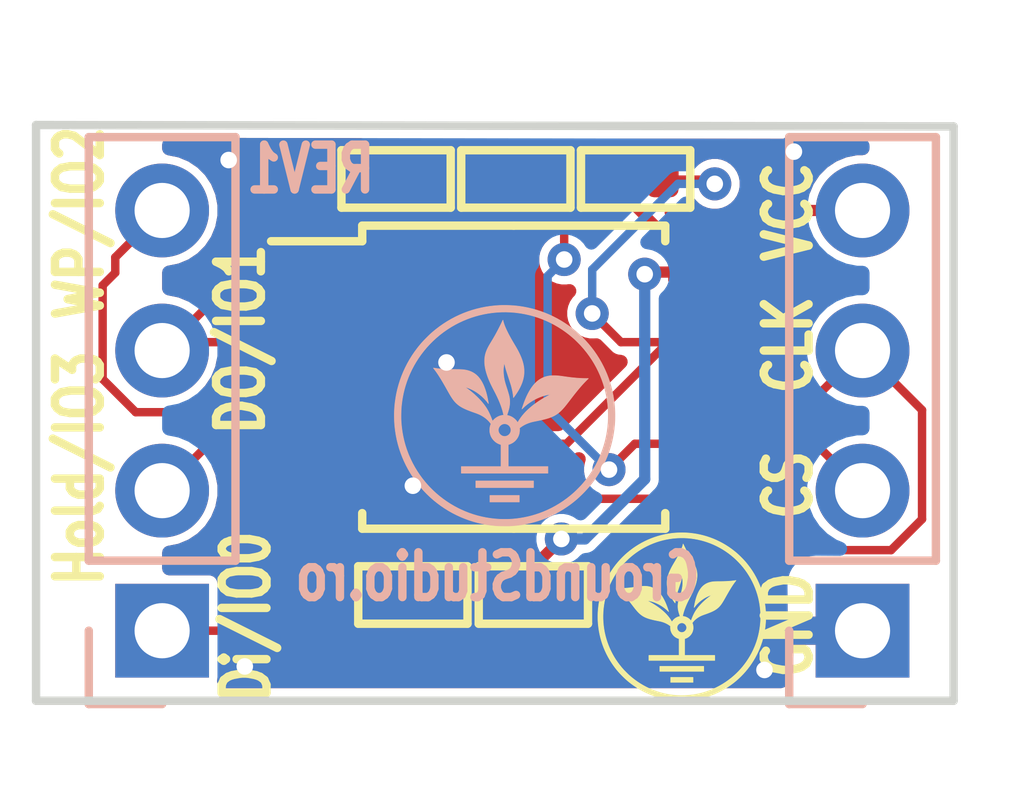
<source format=kicad_pcb>
(kicad_pcb (version 20211014) (generator pcbnew)
  (layers (0 "F.Cu" signal) (31 "B.Cu" signal) (34 "B.Paste" user) (35 "F.Paste" user) (36 "B.SilkS" user "B.Silkscreen") (37 "F.SilkS" user "F.Silkscreen") (38 "B.Mask" user) (39 "F.Mask" user) (44 "Edge.Cuts" user))
  (net 0 "")
  (net 1 "WP_IO2")
  (net 2 "DO_IO1")
  (net 3 "HOLD_IO3")
  (net 4 "DI_IO0")
  (net 5 "VCC")
  (net 6 "CLK")
  (net 7 "CS")
  (net 8 "GND")
  (footprint "GS_Local:R_0402_1005Metric" (layer "F.Cu") (at 152.781 83.185)
    (fp_text reference "R1")
    (fp_text value "10k")
    (pad "1" smd roundrect locked (at -0.485 0) (size 0.59 0.64) (layers "F.Cu" "F.Paste" "F.Mask") (net 5 "VCC"))
    (pad "2" smd roundrect locked (at 0.485 0) (size 0.59 0.64) (layers "F.Cu" "F.Paste" "F.Mask") (net 6 "CLK"))
  )
  (footprint "GS_Local:R_0402_1005Metric" (layer "F.Cu") (at 152.4635 75.6412)
    (fp_text reference "R2")
    (fp_text value "10k")
    (pad "1" smd roundrect locked (at -0.485 0) (size 0.59 0.64) (layers "F.Cu" "F.Paste" "F.Mask") (net 5 "VCC"))
    (pad "2" smd roundrect locked (at 0.485 0) (size 0.59 0.64) (layers "F.Cu" "F.Paste" "F.Mask") (net 7 "CS"))
  )
  (footprint "GS_Local:R_0402_1005Metric" (layer "F.Cu") (at 150.2918 75.6158 180)
    (fp_text reference "R5")
    (fp_text value "10k")
    (pad "1" smd roundrect locked (at -0.485 0 180) (size 0.59 0.64) (layers "F.Cu" "F.Paste" "F.Mask") (net 5 "VCC"))
    (pad "2" smd roundrect locked (at 0.485 0 180) (size 0.59 0.64) (layers "F.Cu" "F.Paste" "F.Mask") (net 2 "DO_IO1"))
  )
  (footprint "GS_Local:SOIC-8_5.275x5.275mm_P1.27mm" (layer "F.Cu") (at 152.4254 79.2226)
    (fp_text reference "U1")
    (fp_text value "W25Q64JVSSIQ")
    (pad "1" smd roundrect locked (at -3.6 -1.905) (size 1.6 0.6) (layers "F.Cu" "F.Paste" "F.Mask") (net 7 "CS"))
    (pad "2" smd roundrect locked (at -3.6 -0.635) (size 1.6 0.6) (layers "F.Cu" "F.Paste" "F.Mask") (net 2 "DO_IO1"))
    (pad "3" smd roundrect locked (at -3.6 0.635) (size 1.6 0.6) (layers "F.Cu" "F.Paste" "F.Mask") (net 1 "WP_IO2"))
    (pad "4" smd roundrect locked (at -3.6 1.905) (size 1.6 0.6) (layers "F.Cu" "F.Paste" "F.Mask") (net 8 "GND"))
    (pad "5" smd roundrect locked (at 3.6 1.905) (size 1.6 0.6) (layers "F.Cu" "F.Paste" "F.Mask") (net 4 "DI_IO0"))
    (pad "6" smd roundrect locked (at 3.6 0.635) (size 1.6 0.6) (layers "F.Cu" "F.Paste" "F.Mask") (net 6 "CLK"))
    (pad "7" smd roundrect locked (at 3.6 -0.635) (size 1.6 0.6) (layers "F.Cu" "F.Paste" "F.Mask") (net 3 "HOLD_IO3"))
    (pad "8" smd roundrect locked (at 3.6 -1.905) (size 1.6 0.6) (layers "F.Cu" "F.Paste" "F.Mask") (net 5 "VCC"))
  )
  (footprint "GS_Local:R_0402_1005Metric" (layer "F.Cu") (at 150.5966 83.1596 180)
    (fp_text reference "R3")
    (fp_text value "10k")
    (pad "1" smd roundrect locked (at -0.485 0 180) (size 0.59 0.64) (layers "F.Cu" "F.Paste" "F.Mask") (net 5 "VCC"))
    (pad "2" smd roundrect locked (at 0.485 0 180) (size 0.59 0.64) (layers "F.Cu" "F.Paste" "F.Mask") (net 4 "DI_IO0"))
  )
  (footprint "GS_Branding:GS_Logo2_3x3" (layer "F.Cu") (at 155.4734 83.566)
    (fp_text reference "G***" hide)
    (fp_text value "LOGO" hide)
  )
  (footprint "GS_Local:R_0402_1005Metric" (layer "F.Cu") (at 154.6352 75.6412)
    (fp_text reference "R4")
    (fp_text value "10k")
    (pad "1" smd roundrect locked (at -0.485 0) (size 0.59 0.64) (layers "F.Cu" "F.Paste" "F.Mask") (net 5 "VCC"))
    (pad "2" smd roundrect locked (at 0.485 0) (size 0.59 0.64) (layers "F.Cu" "F.Paste" "F.Mask") (net 3 "HOLD_IO3"))
  )
  (footprint "GS_Branding:GS_Logo2_4x4" (layer "B.Cu") (at 152.2603 79.9211 180)
    (fp_text reference "G***" hide)
    (fp_text value "LOGO" hide)
  )
  (footprint "GS_Local:PinHeader_1x04_P2.54mm_Vertical_Male" (layer "B.Cu") (at 158.75 83.82)
    (fp_text reference "J2")
    (fp_text value "Conn_01x04")
    (pad "1" thru_hole rect locked (at 0 0) (size 1.7 1.7) (drill 1) (layers *.Cu *.Mask) (net 8 "GND"))
    (pad "2" thru_hole oval locked (at 0 -2.54) (size 1.7 1.7) (drill 1) (layers *.Cu *.Mask) (net 7 "CS"))
    (pad "3" thru_hole oval locked (at 0 -5.08) (size 1.7 1.7) (drill 1) (layers *.Cu *.Mask) (net 6 "CLK"))
    (pad "4" thru_hole oval locked (at 0 -7.62) (size 1.7 1.7) (drill 1) (layers *.Cu *.Mask) (net 5 "VCC"))
  )
  (footprint "GS_Local:PinHeader_1x04_P2.54mm_Vertical_Male" (layer "B.Cu") (at 146.05 83.82)
    (fp_text reference "J1")
    (fp_text value "Conn_01x04")
    (pad "1" thru_hole rect locked (at 0 0) (size 1.7 1.7) (drill 1) (layers *.Cu *.Mask) (net 4 "DI_IO0"))
    (pad "2" thru_hole oval locked (at 0 -2.54) (size 1.7 1.7) (drill 1) (layers *.Cu *.Mask) (net 3 "HOLD_IO3"))
    (pad "3" thru_hole oval locked (at 0 -5.08) (size 1.7 1.7) (drill 1) (layers *.Cu *.Mask) (net 2 "DO_IO1"))
    (pad "4" thru_hole oval locked (at 0 -7.62) (size 1.7 1.7) (drill 1) (layers *.Cu *.Mask) (net 1 "WP_IO2"))
  )
  (gr_line (start 160.401 74.676) (end 143.764 74.6506) (layer "Edge.Cuts") (width 0.1524))
  (gr_line (start 143.764 85.09) (end 143.764 74.6506) (layer "Edge.Cuts") (width 0.1524))
  (gr_line (start 160.401 85.09) (end 160.401 74.676) (layer "Edge.Cuts") (width 0.1524))
  (gr_line (start 143.764 85.09) (end 160.401 85.09) (layer "Edge.Cuts") (width 0.1524))
  (gr_text "REV1" (at 148.7424 75.4507) (layer "B.SilkS") (effects (font (size 0.8128 0.6096) (thickness 0.1524)) (justify mirror)))
  (gr_text "GroundStudio.ro" (at 152.1333 82.8421) (layer "B.SilkS") (effects (font (size 0.8128 0.6096) (thickness 0.1524)) (justify mirror)))
  (gr_text "DO/IO1" (at 147.4724 78.5368 90) (layer "F.SilkS") (effects (font (size 0.8128 0.6096) (thickness 0.1524))))
  (gr_text "VCC" (at 157.4038 76.2254 90) (layer "F.SilkS") (effects (font (size 0.8128 0.6096) (thickness 0.1524))))
  (gr_text "CLK" (at 157.4038 78.6384 90) (layer "F.SilkS") (effects (font (size 0.8128 0.6096) (thickness 0.1524))))
  (gr_text "GND" (at 157.4038 83.7184 90) (layer "F.SilkS") (effects (font (size 0.8128 0.6096) (thickness 0.1524))))
  (gr_text "Di/IO0" (at 147.574 83.566 90) (layer "F.SilkS") (effects (font (size 0.8128 0.6096) (thickness 0.1524))))
  (gr_text "CS" (at 157.4038 81.1784 90) (layer "F.SilkS") (effects (font (size 0.8128 0.6096) (thickness 0.1524))))
  (gr_text "Hold/IO3" (at 144.5514 80.8736 90) (layer "F.SilkS") (effects (font (size 0.8128 0.6096) (thickness 0.1524))))
  (gr_text "WP/IO2" (at 144.5514 76.4286 90) (layer "F.SilkS") (effects (font (size 0.8128 0.6096) (thickness 0.1524))))
  (segment (start 146.05 76.2) (end 145.200001 77.049999) (width 0.1524) (layer "F.Cu") (net 1))
  (segment (start 145.200001 77.049999) (end 145.200001 77.329129) (width 0.1524) (layer "F.Cu") (net 1))
  (segment (start 145.200001 77.329129) (end 144.971399 77.557731) (width 0.1524) (layer "F.Cu") (net 1))
  (segment (start 144.971399 77.557731) (end 144.971399 79.257729) (width 0.1524) (layer "F.Cu") (net 1))
  (segment (start 144.971399 79.257729) (end 145.57127 79.8576) (width 0.1524) (layer "F.Cu") (net 1))
  (segment (start 145.57127 79.8576) (end 148.8254 79.8576) (width 0.1524) (layer "F.Cu") (net 1))
  (segment (start 146.2024 78.5876) (end 146.05 78.74) (width 0.1524) (layer "F.Cu") (net 2))
  (segment (start 149.191764 75.6158) (end 146.067564 78.74) (width 0.1524) (layer "F.Cu") (net 2))
  (segment (start 146.067564 78.74) (end 146.05 78.74) (width 0.1524) (layer "F.Cu") (net 2))
  (segment (start 148.8254 78.5876) (end 146.2024 78.5876) (width 0.1524) (layer "F.Cu") (net 2))
  (segment (start 149.8068 75.6158) (end 149.191764 75.6158) (width 0.1524) (layer "F.Cu") (net 2))
  (segment (start 155.9941 75.6412) (end 156.0703 75.7174) (width 0.1524) (layer "F.Cu") (net 3))
  (segment (start 146.899999 80.430001) (end 153.382999 80.430001) (width 0.1524) (layer "F.Cu") (net 3))
  (segment (start 146.05 81.28) (end 146.899999 80.430001) (width 0.1524) (layer "F.Cu") (net 3))
  (segment (start 154.368498 78.5876) (end 153.8478 78.066902) (width 0.1524) (layer "F.Cu") (net 3))
  (segment (start 153.382999 80.430001) (end 155.2254 78.5876) (width 0.1524) (layer "F.Cu") (net 3))
  (segment (start 156.0254 78.5876) (end 154.368498 78.5876) (width 0.1524) (layer "F.Cu") (net 3))
  (segment (start 155.2254 78.5876) (end 156.0254 78.5876) (width 0.1524) (layer "F.Cu") (net 3))
  (segment (start 155.1202 75.6412) (end 155.9941 75.6412) (width 0.1524) (layer "F.Cu") (net 3))
  (via (at 153.8478 78.066902) (size 0.6) (drill 0.3) (layers "F.Cu" "B.Cu") (net 3))
  (via (at 156.0703 75.7174) (size 0.6) (drill 0.3) (layers "F.Cu" "B.Cu") (net 3))
  (segment (start 153.8478 77.271868) (end 153.8478 78.066902) (width 0.1524) (layer "B.Cu") (net 3))
  (segment (start 156.0703 75.7174) (end 155.402268 75.7174) (width 0.1524) (layer "B.Cu") (net 3))
  (segment (start 155.402268 75.7174) (end 153.8478 77.271868) (width 0.1524) (layer "B.Cu") (net 3))
  (segment (start 156.0254 81.1276) (end 155.725399 81.427601) (width 0.1524) (layer "F.Cu") (net 4))
  (segment (start 155.725399 81.427601) (end 151.843599 81.427601) (width 0.1524) (layer "F.Cu") (net 4))
  (segment (start 149.4512 83.82) (end 150.1116 83.1596) (width 0.1524) (layer "F.Cu") (net 4))
  (segment (start 151.843599 81.427601) (end 150.1116 83.1596) (width 0.1524) (layer "F.Cu") (net 4))
  (segment (start 146.05 83.82) (end 149.4512 83.82) (width 0.1524) (layer "F.Cu") (net 4))
  (segment (start 153.57619 75.06719) (end 152.55251 75.06719) (width 0.2032) (layer "F.Cu") (net 5))
  (segment (start 151.0816 83.1596) (end 152.2706 83.1596) (width 0.2032) (layer "F.Cu") (net 5))
  (segment (start 156.0254 77.3176) (end 154.8384 77.3176) (width 0.2032) (layer "F.Cu") (net 5))
  (segment (start 152.2706 83.1596) (end 152.296 83.185) (width 0.2032) (layer "F.Cu") (net 5))
  (segment (start 150.8022 75.6412) (end 150.7768 75.6158) (width 0.2032) (layer "F.Cu") (net 5))
  (segment (start 158.75 76.2) (end 157.143 76.2) (width 0.2032) (layer "F.Cu") (net 5))
  (segment (start 156.0254 77.3176) (end 155.8266 77.3176) (width 0.2032) (layer "F.Cu") (net 5))
  (segment (start 155.8266 77.3176) (end 154.1502 75.6412) (width 0.2032) (layer "F.Cu") (net 5))
  (segment (start 157.143 76.2) (end 156.0254 77.3176) (width 0.2032) (layer "F.Cu") (net 5))
  (segment (start 154.8384 77.3176) (end 154.8003 77.3557) (width 0.2032) (layer "F.Cu") (net 5))
  (segment (start 154.1502 75.6412) (end 153.57619 75.06719) (width 0.2032) (layer "F.Cu") (net 5))
  (segment (start 152.296 83.1493) (end 153.289 82.1563) (width 0.2032) (layer "F.Cu") (net 5))
  (segment (start 152.296 83.185) (end 152.296 83.1493) (width 0.2032) (layer "F.Cu") (net 5))
  (segment (start 152.55251 75.06719) (end 151.9785 75.6412) (width 0.2032) (layer "F.Cu") (net 5))
  (segment (start 151.9785 75.6412) (end 150.8022 75.6412) (width 0.2032) (layer "F.Cu") (net 5))
  (via (at 154.8003 77.3557) (size 0.6) (drill 0.3) (layers "F.Cu" "B.Cu") (net 5))
  (via (at 153.289 82.1563) (size 0.6) (drill 0.3) (layers "F.Cu" "B.Cu") (net 5))
  (segment (start 153.289 82.1563) (end 153.715222 82.1563) (width 0.2032) (layer "B.Cu") (net 5))
  (segment (start 153.715222 82.1563) (end 154.8003 81.071222) (width 0.2032) (layer "B.Cu") (net 5))
  (segment (start 154.8003 81.071222) (end 154.8003 77.3557) (width 0.2032) (layer "B.Cu") (net 5))
  (segment (start 159.267729 82.358601) (end 159.828601 81.797729) (width 0.1524) (layer "F.Cu") (net 6))
  (segment (start 157.6324 79.8576) (end 156.0254 79.8576) (width 0.1524) (layer "F.Cu") (net 6))
  (segment (start 159.828601 81.797729) (end 159.828601 79.818601) (width 0.1524) (layer "F.Cu") (net 6))
  (segment (start 153.266 83.185) (end 154.092399 82.358601) (width 0.1524) (layer "F.Cu") (net 6))
  (segment (start 154.092399 82.358601) (end 159.267729 82.358601) (width 0.1524) (layer "F.Cu") (net 6))
  (segment (start 158.75 78.74) (end 157.6324 79.8576) (width 0.1524) (layer "F.Cu") (net 6))
  (segment (start 159.828601 79.818601) (end 158.75 78.74) (width 0.1524) (layer "F.Cu") (net 6))
  (segment (start 152.9485 75.6412) (end 151.2721 77.3176) (width 0.1524) (layer "F.Cu") (net 7))
  (segment (start 151.2721 77.3176) (end 148.8254 77.3176) (width 0.1524) (layer "F.Cu") (net 7))
  (segment (start 154.621599 80.430001) (end 154.1526 80.899) (width 0.1524) (layer "F.Cu") (net 7))
  (segment (start 153.3398 76.0325) (end 152.9485 75.6412) (width 0.1524) (layer "F.Cu") (net 7))
  (segment (start 157.900001 80.430001) (end 154.621599 80.430001) (width 0.1524) (layer "F.Cu") (net 7))
  (segment (start 153.3398 77.089) (end 153.3398 76.0325) (width 0.1524) (layer "F.Cu") (net 7))
  (segment (start 158.75 81.28) (end 157.900001 80.430001) (width 0.1524) (layer "F.Cu") (net 7))
  (via (at 154.1526 80.899) (size 0.6) (drill 0.3) (layers "F.Cu" "B.Cu") (net 7))
  (via (at 153.3398 77.089) (size 0.6) (drill 0.3) (layers "F.Cu" "B.Cu") (net 7))
  (segment (start 154.1526 80.899) (end 153.039801 79.786201) (width 0.1524) (layer "B.Cu") (net 7))
  (segment (start 153.039801 79.786201) (end 153.039801 77.388999) (width 0.1524) (layer "B.Cu") (net 7))
  (segment (start 153.039801 77.388999) (end 153.3398 77.089) (width 0.1524) (layer "B.Cu") (net 7))
  (via (at 157.5054 75.1332) (size 0.6) (drill 0.3) (layers "F.Cu" "B.Cu") (net 8))
  (via (at 156.972 84.5312) (size 0.6) (drill 0.3) (layers "F.Cu" "B.Cu") (net 8))
  (via (at 151.2062 78.9559) (size 0.6) (drill 0.3) (layers "F.Cu" "B.Cu") (net 8))
  (via (at 147.5486 84.4677) (size 0.6) (drill 0.3) (layers "F.Cu" "B.Cu") (net 8))
  (via (at 150.5966 81.1911) (size 0.6) (drill 0.3) (layers "F.Cu" "B.Cu") (net 8))
  (via (at 147.2565 75.2856) (size 0.6) (drill 0.3) (layers "F.Cu" "B.Cu") (net 8))
  (zone (net 8) (net_name "GND") (layer "F.Cu") (connect_pads (clearance 0.1524)) (min_thickness 0.254) (fill yes (thermal_gap 0.508) (thermal_bridge_width 0.508))
    (polygon (pts (xy 158.877 84.963) (xy 146.05 85.09) (xy 146.05 74.676) (xy 158.877 74.549)))
  )
  (zone (net 8) (net_name "GND") (layer "B.Cu") (connect_pads (clearance 0.1524)) (min_thickness 0.254) (fill yes (thermal_gap 0.508) (thermal_bridge_width 0.508))
    (polygon (pts (xy 158.877 85.09) (xy 146.05 85.09) (xy 146.05 74.676) (xy 158.877 74.676)))
  )
)
</source>
